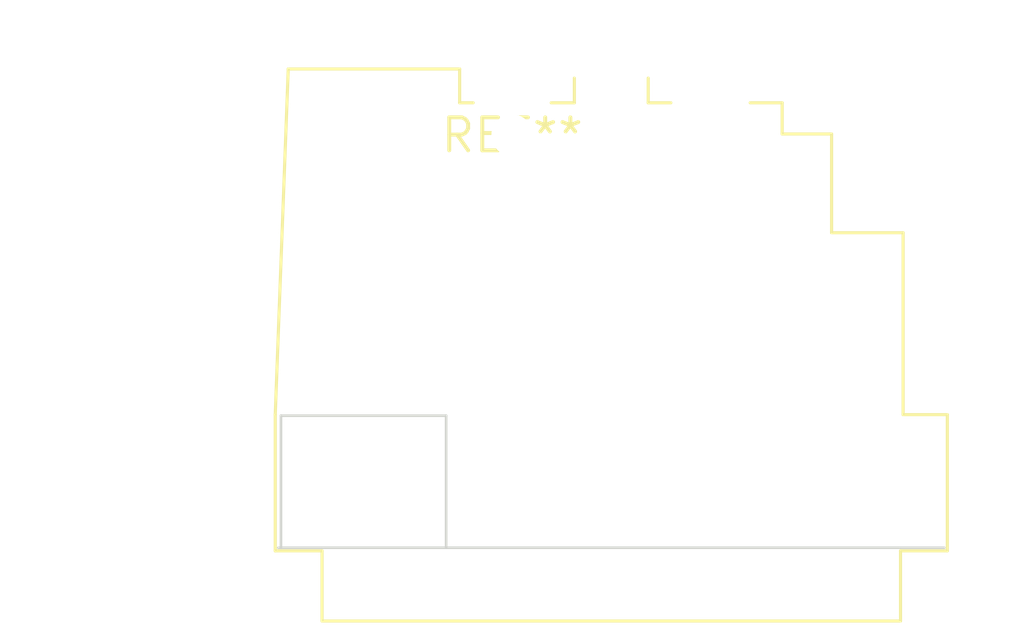
<source format=kicad_pcb>
(kicad_pcb (version 20240108) (generator pcbnew)
  (layers (0 "F.Cu" signal) (31 "B.Cu" signal) (34 "B.Paste" user) (35 "F.Paste" user) (36 "B.SilkS" user "B.Silkscreen") (37 "F.SilkS" user "F.Silkscreen") (38 "B.Mask" user) (39 "F.Mask" user) (44 "Edge.Cuts" user))
  (net 0 "")
  (footprint "Jack_XLR_Neutrik_NC3FAHL-0_Horizontal" (layer "F.Cu") (at 0 0)
    (property "Reference" "REF**")
    (property "Value" "Jack_XLR_Neutrik_NC3FAHL-0_Horizontal")
    (fp_line (start -9.11 10.75) (end -8.61 -2.55) (layer "F.SilkS") (stroke (width 0.12)))
    (fp_line (start -9.11 15.99) (end -9.11 10.75) (layer "F.SilkS") (stroke (width 0.12)))
    (fp_line (start -8.61 -2.55) (end -2.02 -2.55) (layer "F.SilkS") (stroke (width 0.12)))
    (fp_line (start -7.31 15.99) (end -9.11 15.99) (layer "F.SilkS") (stroke (width 0.12)))
    (fp_line (start -7.31 15.99) (end -7.31 18.69) (layer "F.SilkS") (stroke (width 0.12)))
    (fp_line (start -2.02 -2.55) (end -2.02 -1.25) (layer "F.SilkS") (stroke (width 0.12)))
    (fp_line (start -2.02 -1.25) (end -1.5 -1.25) (layer "F.SilkS") (stroke (width 0.12)))
    (fp_line (start 1.5 -1.25) (end 2.39 -1.25) (layer "F.SilkS") (stroke (width 0.12)))
    (fp_line (start 2.39 -1.25) (end 2.39 -2.2) (layer "F.SilkS") (stroke (width 0.12)))
    (fp_line (start 5.23 -1.25) (end 5.23 -2.2) (layer "F.SilkS") (stroke (width 0.12)))
    (fp_line (start 5.23 -1.25) (end 6.1 -1.25) (layer "F.SilkS") (stroke (width 0.12)))
    (fp_line (start 9.15 -1.25) (end 10.38 -1.25) (layer "F.SilkS") (stroke (width 0.12)))
    (fp_line (start 10.38 -0.05) (end 10.38 -1.25) (layer "F.SilkS") (stroke (width 0.12)))
    (fp_line (start 10.38 -0.05) (end 12.28 -0.05) (layer "F.SilkS") (stroke (width 0.12)))
    (fp_line (start 12.28 3.75) (end 12.28 -0.05) (layer "F.SilkS") (stroke (width 0.12)))
    (fp_line (start 12.28 3.75) (end 15.03 3.75) (layer "F.SilkS") (stroke (width 0.12)))
    (fp_line (start 14.93 15.99) (end 14.93 18.69) (layer "F.SilkS") (stroke (width 0.12)))
    (fp_line (start 14.93 18.69) (end -7.31 18.69) (layer "F.SilkS") (stroke (width 0.12)))
    (fp_line (start 15.03 10.75) (end 15.03 3.75) (layer "F.SilkS") (stroke (width 0.12)))
    (fp_line (start 15.03 10.75) (end 16.73 10.75) (layer "F.SilkS") (stroke (width 0.12)))
    (fp_line (start 16.73 15.99) (end 14.93 15.99) (layer "F.SilkS") (stroke (width 0.12)))
    (fp_line (start 16.73 15.99) (end 16.73 10.75) (layer "F.SilkS") (stroke (width 0.12)))
    (fp_line (start -8.89 10.79) (end -8.89 15.87) (layer "Edge.Cuts") (stroke (width 0.1)))
    (fp_line (start -2.54 10.79) (end -8.89 10.79) (layer "Edge.Cuts") (stroke (width 0.1)))
    (fp_line (start -2.54 15.87) (end -2.54 10.79) (layer "Edge.Cuts") (stroke (width 0.1)))
    (fp_line (start 16.61 15.87) (end -8.99 15.87) (layer "Edge.Cuts") (stroke (width 0.1)))
    (pad "" np_thru_hole circle (at 9.52 7.61) (size 1.2 1.2) (drill 1.2) (layers *.Cu *.Mask))
    (pad "1" thru_hole circle (at 0 0) (size 3.4 3.4) (drill 1.6) (layers *.Cu *.Mask) (remove_unused_layers))
    (pad "2" thru_hole circle (at 3.81 -3.18) (size 2.9 2.9) (drill 1.2) (layers *.Cu *.Mask) (remove_unused_layers))
    (pad "3" thru_hole circle (at 7.62 0) (size 3.4 3.4) (drill 1.6) (layers *.Cu *.Mask) (remove_unused_layers))
  )
)
</source>
